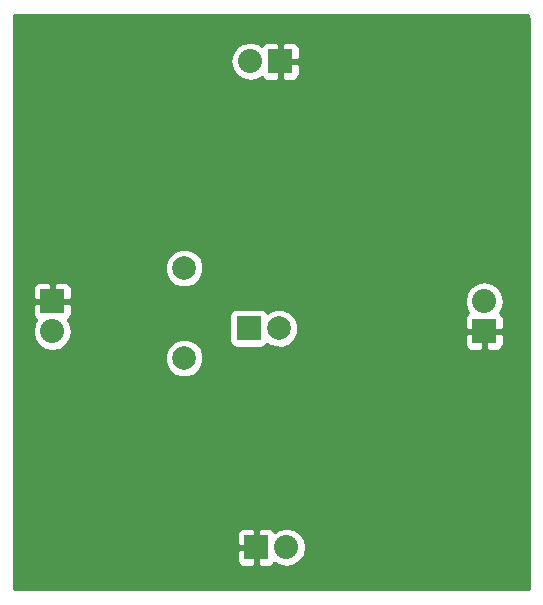
<source format=gbr>
G04 #@! TF.GenerationSoftware,KiCad,Pcbnew,no-vcs-found-7391~56~ubuntu16.04.1*
G04 #@! TF.CreationDate,2016-12-09T19:04:11+09:00*
G04 #@! TF.ProjectId,magnetic_led_cube,6D61676E657469635F6C65645F637562,rev?*
G04 #@! TF.FileFunction,Copper,L2,Bot,Signal*
G04 #@! TF.FilePolarity,Positive*
%FSLAX46Y46*%
G04 Gerber Fmt 4.6, Leading zero omitted, Abs format (unit mm)*
G04 Created by KiCad (PCBNEW no-vcs-found-7391~56~ubuntu16.04.1) date Fri Dec  9 19:04:11 2016*
%MOMM*%
%LPD*%
G01*
G04 APERTURE LIST*
%ADD10C,0.100000*%
%ADD11C,1.998980*%
%ADD12C,2.000000*%
%ADD13R,2.000000X2.000000*%
%ADD14O,2.032000X2.032000*%
%ADD15R,2.032000X2.032000*%
%ADD16C,0.250000*%
%ADD17C,0.254000*%
G04 APERTURE END LIST*
D10*
D11*
X100076000Y-94742000D03*
X100076000Y-87122000D03*
D12*
X108077000Y-92202000D03*
D13*
X105537000Y-92202000D03*
D14*
X125476000Y-89916000D03*
D15*
X125476000Y-92456000D03*
X106172000Y-110744000D03*
D14*
X108712000Y-110744000D03*
X88900000Y-92456000D03*
D15*
X88900000Y-89916000D03*
X108204000Y-69596000D03*
D14*
X105664000Y-69596000D03*
D16*
X88900000Y-89916000D02*
X90805000Y-89916000D01*
X106172000Y-105283000D02*
X106172000Y-110744000D01*
X90805000Y-89916000D02*
X106172000Y-105283000D01*
X125476000Y-92456000D02*
X125476000Y-102870000D01*
X125476000Y-102870000D02*
X120777000Y-107569000D01*
X120777000Y-107569000D02*
X106172000Y-107569000D01*
X106172000Y-107569000D02*
X106172000Y-110744000D01*
X108204000Y-69596000D02*
X108204000Y-78105000D01*
X122555000Y-92456000D02*
X125476000Y-92456000D01*
X108204000Y-78105000D02*
X122555000Y-92456000D01*
X88900000Y-89916000D02*
X90932000Y-89916000D01*
X108204000Y-72644000D02*
X108204000Y-69596000D01*
X90932000Y-89916000D02*
X108204000Y-72644000D01*
X125476000Y-92456000D02*
X124460000Y-92456000D01*
X88900000Y-89916000D02*
X88900000Y-88900000D01*
D17*
G36*
X129159000Y-65786000D02*
X129168667Y-65834601D01*
X129196197Y-65875803D01*
X129237399Y-65903333D01*
X129286000Y-65913000D01*
X129290000Y-65913000D01*
X129290000Y-114290000D01*
X85710000Y-114290000D01*
X85710000Y-111029750D01*
X104521000Y-111029750D01*
X104521000Y-111886310D01*
X104617673Y-112119699D01*
X104796302Y-112298327D01*
X105029691Y-112395000D01*
X105886250Y-112395000D01*
X106045000Y-112236250D01*
X106045000Y-110871000D01*
X104679750Y-110871000D01*
X104521000Y-111029750D01*
X85710000Y-111029750D01*
X85710000Y-109601690D01*
X104521000Y-109601690D01*
X104521000Y-110458250D01*
X104679750Y-110617000D01*
X106045000Y-110617000D01*
X106045000Y-109251750D01*
X106299000Y-109251750D01*
X106299000Y-110617000D01*
X106319000Y-110617000D01*
X106319000Y-110871000D01*
X106299000Y-110871000D01*
X106299000Y-112236250D01*
X106457750Y-112395000D01*
X107314309Y-112395000D01*
X107547698Y-112298327D01*
X107726327Y-112119699D01*
X107747481Y-112068628D01*
X108047845Y-112269325D01*
X108679655Y-112395000D01*
X108744345Y-112395000D01*
X109376155Y-112269325D01*
X109911778Y-111911433D01*
X110269670Y-111375810D01*
X110395345Y-110744000D01*
X110269670Y-110112190D01*
X109911778Y-109576567D01*
X109376155Y-109218675D01*
X108744345Y-109093000D01*
X108679655Y-109093000D01*
X108047845Y-109218675D01*
X107747481Y-109419372D01*
X107726327Y-109368301D01*
X107547698Y-109189673D01*
X107314309Y-109093000D01*
X106457750Y-109093000D01*
X106299000Y-109251750D01*
X106045000Y-109251750D01*
X105886250Y-109093000D01*
X105029691Y-109093000D01*
X104796302Y-109189673D01*
X104617673Y-109368301D01*
X104521000Y-109601690D01*
X85710000Y-109601690D01*
X85710000Y-95065694D01*
X98441226Y-95065694D01*
X98689538Y-95666655D01*
X99148927Y-96126846D01*
X99749453Y-96376206D01*
X100399694Y-96376774D01*
X101000655Y-96128462D01*
X101460846Y-95669073D01*
X101710206Y-95068547D01*
X101710774Y-94418306D01*
X101462462Y-93817345D01*
X101003073Y-93357154D01*
X100402547Y-93107794D01*
X99752306Y-93107226D01*
X99151345Y-93355538D01*
X98691154Y-93814927D01*
X98441794Y-94415453D01*
X98441226Y-95065694D01*
X85710000Y-95065694D01*
X85710000Y-90201750D01*
X87249000Y-90201750D01*
X87249000Y-91058309D01*
X87345673Y-91291698D01*
X87524301Y-91470327D01*
X87575372Y-91491481D01*
X87374675Y-91791845D01*
X87249000Y-92423655D01*
X87249000Y-92488345D01*
X87374675Y-93120155D01*
X87732567Y-93655778D01*
X88268190Y-94013670D01*
X88900000Y-94139345D01*
X89531810Y-94013670D01*
X90067433Y-93655778D01*
X90425325Y-93120155D01*
X90551000Y-92488345D01*
X90551000Y-92423655D01*
X90425325Y-91791845D01*
X90224628Y-91491481D01*
X90275699Y-91470327D01*
X90454327Y-91291698D01*
X90491481Y-91202000D01*
X103889560Y-91202000D01*
X103889560Y-93202000D01*
X103938843Y-93449765D01*
X104079191Y-93659809D01*
X104289235Y-93800157D01*
X104537000Y-93849440D01*
X106537000Y-93849440D01*
X106784765Y-93800157D01*
X106994809Y-93659809D01*
X107085921Y-93523451D01*
X107149637Y-93587278D01*
X107750352Y-93836716D01*
X108400795Y-93837284D01*
X109001943Y-93588894D01*
X109462278Y-93129363D01*
X109623228Y-92741750D01*
X123825000Y-92741750D01*
X123825000Y-93598309D01*
X123921673Y-93831698D01*
X124100301Y-94010327D01*
X124333690Y-94107000D01*
X125190250Y-94107000D01*
X125349000Y-93948250D01*
X125349000Y-92583000D01*
X125603000Y-92583000D01*
X125603000Y-93948250D01*
X125761750Y-94107000D01*
X126618310Y-94107000D01*
X126851699Y-94010327D01*
X127030327Y-93831698D01*
X127127000Y-93598309D01*
X127127000Y-92741750D01*
X126968250Y-92583000D01*
X125603000Y-92583000D01*
X125349000Y-92583000D01*
X123983750Y-92583000D01*
X123825000Y-92741750D01*
X109623228Y-92741750D01*
X109711716Y-92528648D01*
X109712284Y-91878205D01*
X109463894Y-91277057D01*
X109004363Y-90816722D01*
X108403648Y-90567284D01*
X107753205Y-90566716D01*
X107152057Y-90815106D01*
X107086153Y-90880895D01*
X106994809Y-90744191D01*
X106784765Y-90603843D01*
X106537000Y-90554560D01*
X104537000Y-90554560D01*
X104289235Y-90603843D01*
X104079191Y-90744191D01*
X103938843Y-90954235D01*
X103889560Y-91202000D01*
X90491481Y-91202000D01*
X90551000Y-91058309D01*
X90551000Y-90201750D01*
X90392250Y-90043000D01*
X89027000Y-90043000D01*
X89027000Y-90063000D01*
X88773000Y-90063000D01*
X88773000Y-90043000D01*
X87407750Y-90043000D01*
X87249000Y-90201750D01*
X85710000Y-90201750D01*
X85710000Y-89883655D01*
X123825000Y-89883655D01*
X123825000Y-89948345D01*
X123950675Y-90580155D01*
X124151372Y-90880519D01*
X124100301Y-90901673D01*
X123921673Y-91080302D01*
X123825000Y-91313691D01*
X123825000Y-92170250D01*
X123983750Y-92329000D01*
X125349000Y-92329000D01*
X125349000Y-92309000D01*
X125603000Y-92309000D01*
X125603000Y-92329000D01*
X126968250Y-92329000D01*
X127127000Y-92170250D01*
X127127000Y-91313691D01*
X127030327Y-91080302D01*
X126851699Y-90901673D01*
X126800628Y-90880519D01*
X127001325Y-90580155D01*
X127127000Y-89948345D01*
X127127000Y-89883655D01*
X127001325Y-89251845D01*
X126643433Y-88716222D01*
X126107810Y-88358330D01*
X125476000Y-88232655D01*
X124844190Y-88358330D01*
X124308567Y-88716222D01*
X123950675Y-89251845D01*
X123825000Y-89883655D01*
X85710000Y-89883655D01*
X85710000Y-88773691D01*
X87249000Y-88773691D01*
X87249000Y-89630250D01*
X87407750Y-89789000D01*
X88773000Y-89789000D01*
X88773000Y-88423750D01*
X89027000Y-88423750D01*
X89027000Y-89789000D01*
X90392250Y-89789000D01*
X90551000Y-89630250D01*
X90551000Y-88773691D01*
X90454327Y-88540302D01*
X90275699Y-88361673D01*
X90042310Y-88265000D01*
X89185750Y-88265000D01*
X89027000Y-88423750D01*
X88773000Y-88423750D01*
X88614250Y-88265000D01*
X87757690Y-88265000D01*
X87524301Y-88361673D01*
X87345673Y-88540302D01*
X87249000Y-88773691D01*
X85710000Y-88773691D01*
X85710000Y-87445694D01*
X98441226Y-87445694D01*
X98689538Y-88046655D01*
X99148927Y-88506846D01*
X99749453Y-88756206D01*
X100399694Y-88756774D01*
X101000655Y-88508462D01*
X101460846Y-88049073D01*
X101710206Y-87448547D01*
X101710774Y-86798306D01*
X101462462Y-86197345D01*
X101003073Y-85737154D01*
X100402547Y-85487794D01*
X99752306Y-85487226D01*
X99151345Y-85735538D01*
X98691154Y-86194927D01*
X98441794Y-86795453D01*
X98441226Y-87445694D01*
X85710000Y-87445694D01*
X85710000Y-69596000D01*
X103980655Y-69596000D01*
X104106330Y-70227810D01*
X104464222Y-70763433D01*
X104999845Y-71121325D01*
X105631655Y-71247000D01*
X105696345Y-71247000D01*
X106328155Y-71121325D01*
X106628519Y-70920628D01*
X106649673Y-70971699D01*
X106828302Y-71150327D01*
X107061691Y-71247000D01*
X107918250Y-71247000D01*
X108077000Y-71088250D01*
X108077000Y-69723000D01*
X108331000Y-69723000D01*
X108331000Y-71088250D01*
X108489750Y-71247000D01*
X109346309Y-71247000D01*
X109579698Y-71150327D01*
X109758327Y-70971699D01*
X109855000Y-70738310D01*
X109855000Y-69881750D01*
X109696250Y-69723000D01*
X108331000Y-69723000D01*
X108077000Y-69723000D01*
X108057000Y-69723000D01*
X108057000Y-69469000D01*
X108077000Y-69469000D01*
X108077000Y-68103750D01*
X108331000Y-68103750D01*
X108331000Y-69469000D01*
X109696250Y-69469000D01*
X109855000Y-69310250D01*
X109855000Y-68453690D01*
X109758327Y-68220301D01*
X109579698Y-68041673D01*
X109346309Y-67945000D01*
X108489750Y-67945000D01*
X108331000Y-68103750D01*
X108077000Y-68103750D01*
X107918250Y-67945000D01*
X107061691Y-67945000D01*
X106828302Y-68041673D01*
X106649673Y-68220301D01*
X106628519Y-68271372D01*
X106328155Y-68070675D01*
X105696345Y-67945000D01*
X105631655Y-67945000D01*
X104999845Y-68070675D01*
X104464222Y-68428567D01*
X104106330Y-68964190D01*
X103980655Y-69596000D01*
X85710000Y-69596000D01*
X85710000Y-65710000D01*
X129159000Y-65710000D01*
X129159000Y-65786000D01*
X129159000Y-65786000D01*
G37*
X129159000Y-65786000D02*
X129168667Y-65834601D01*
X129196197Y-65875803D01*
X129237399Y-65903333D01*
X129286000Y-65913000D01*
X129290000Y-65913000D01*
X129290000Y-114290000D01*
X85710000Y-114290000D01*
X85710000Y-111029750D01*
X104521000Y-111029750D01*
X104521000Y-111886310D01*
X104617673Y-112119699D01*
X104796302Y-112298327D01*
X105029691Y-112395000D01*
X105886250Y-112395000D01*
X106045000Y-112236250D01*
X106045000Y-110871000D01*
X104679750Y-110871000D01*
X104521000Y-111029750D01*
X85710000Y-111029750D01*
X85710000Y-109601690D01*
X104521000Y-109601690D01*
X104521000Y-110458250D01*
X104679750Y-110617000D01*
X106045000Y-110617000D01*
X106045000Y-109251750D01*
X106299000Y-109251750D01*
X106299000Y-110617000D01*
X106319000Y-110617000D01*
X106319000Y-110871000D01*
X106299000Y-110871000D01*
X106299000Y-112236250D01*
X106457750Y-112395000D01*
X107314309Y-112395000D01*
X107547698Y-112298327D01*
X107726327Y-112119699D01*
X107747481Y-112068628D01*
X108047845Y-112269325D01*
X108679655Y-112395000D01*
X108744345Y-112395000D01*
X109376155Y-112269325D01*
X109911778Y-111911433D01*
X110269670Y-111375810D01*
X110395345Y-110744000D01*
X110269670Y-110112190D01*
X109911778Y-109576567D01*
X109376155Y-109218675D01*
X108744345Y-109093000D01*
X108679655Y-109093000D01*
X108047845Y-109218675D01*
X107747481Y-109419372D01*
X107726327Y-109368301D01*
X107547698Y-109189673D01*
X107314309Y-109093000D01*
X106457750Y-109093000D01*
X106299000Y-109251750D01*
X106045000Y-109251750D01*
X105886250Y-109093000D01*
X105029691Y-109093000D01*
X104796302Y-109189673D01*
X104617673Y-109368301D01*
X104521000Y-109601690D01*
X85710000Y-109601690D01*
X85710000Y-95065694D01*
X98441226Y-95065694D01*
X98689538Y-95666655D01*
X99148927Y-96126846D01*
X99749453Y-96376206D01*
X100399694Y-96376774D01*
X101000655Y-96128462D01*
X101460846Y-95669073D01*
X101710206Y-95068547D01*
X101710774Y-94418306D01*
X101462462Y-93817345D01*
X101003073Y-93357154D01*
X100402547Y-93107794D01*
X99752306Y-93107226D01*
X99151345Y-93355538D01*
X98691154Y-93814927D01*
X98441794Y-94415453D01*
X98441226Y-95065694D01*
X85710000Y-95065694D01*
X85710000Y-90201750D01*
X87249000Y-90201750D01*
X87249000Y-91058309D01*
X87345673Y-91291698D01*
X87524301Y-91470327D01*
X87575372Y-91491481D01*
X87374675Y-91791845D01*
X87249000Y-92423655D01*
X87249000Y-92488345D01*
X87374675Y-93120155D01*
X87732567Y-93655778D01*
X88268190Y-94013670D01*
X88900000Y-94139345D01*
X89531810Y-94013670D01*
X90067433Y-93655778D01*
X90425325Y-93120155D01*
X90551000Y-92488345D01*
X90551000Y-92423655D01*
X90425325Y-91791845D01*
X90224628Y-91491481D01*
X90275699Y-91470327D01*
X90454327Y-91291698D01*
X90491481Y-91202000D01*
X103889560Y-91202000D01*
X103889560Y-93202000D01*
X103938843Y-93449765D01*
X104079191Y-93659809D01*
X104289235Y-93800157D01*
X104537000Y-93849440D01*
X106537000Y-93849440D01*
X106784765Y-93800157D01*
X106994809Y-93659809D01*
X107085921Y-93523451D01*
X107149637Y-93587278D01*
X107750352Y-93836716D01*
X108400795Y-93837284D01*
X109001943Y-93588894D01*
X109462278Y-93129363D01*
X109623228Y-92741750D01*
X123825000Y-92741750D01*
X123825000Y-93598309D01*
X123921673Y-93831698D01*
X124100301Y-94010327D01*
X124333690Y-94107000D01*
X125190250Y-94107000D01*
X125349000Y-93948250D01*
X125349000Y-92583000D01*
X125603000Y-92583000D01*
X125603000Y-93948250D01*
X125761750Y-94107000D01*
X126618310Y-94107000D01*
X126851699Y-94010327D01*
X127030327Y-93831698D01*
X127127000Y-93598309D01*
X127127000Y-92741750D01*
X126968250Y-92583000D01*
X125603000Y-92583000D01*
X125349000Y-92583000D01*
X123983750Y-92583000D01*
X123825000Y-92741750D01*
X109623228Y-92741750D01*
X109711716Y-92528648D01*
X109712284Y-91878205D01*
X109463894Y-91277057D01*
X109004363Y-90816722D01*
X108403648Y-90567284D01*
X107753205Y-90566716D01*
X107152057Y-90815106D01*
X107086153Y-90880895D01*
X106994809Y-90744191D01*
X106784765Y-90603843D01*
X106537000Y-90554560D01*
X104537000Y-90554560D01*
X104289235Y-90603843D01*
X104079191Y-90744191D01*
X103938843Y-90954235D01*
X103889560Y-91202000D01*
X90491481Y-91202000D01*
X90551000Y-91058309D01*
X90551000Y-90201750D01*
X90392250Y-90043000D01*
X89027000Y-90043000D01*
X89027000Y-90063000D01*
X88773000Y-90063000D01*
X88773000Y-90043000D01*
X87407750Y-90043000D01*
X87249000Y-90201750D01*
X85710000Y-90201750D01*
X85710000Y-89883655D01*
X123825000Y-89883655D01*
X123825000Y-89948345D01*
X123950675Y-90580155D01*
X124151372Y-90880519D01*
X124100301Y-90901673D01*
X123921673Y-91080302D01*
X123825000Y-91313691D01*
X123825000Y-92170250D01*
X123983750Y-92329000D01*
X125349000Y-92329000D01*
X125349000Y-92309000D01*
X125603000Y-92309000D01*
X125603000Y-92329000D01*
X126968250Y-92329000D01*
X127127000Y-92170250D01*
X127127000Y-91313691D01*
X127030327Y-91080302D01*
X126851699Y-90901673D01*
X126800628Y-90880519D01*
X127001325Y-90580155D01*
X127127000Y-89948345D01*
X127127000Y-89883655D01*
X127001325Y-89251845D01*
X126643433Y-88716222D01*
X126107810Y-88358330D01*
X125476000Y-88232655D01*
X124844190Y-88358330D01*
X124308567Y-88716222D01*
X123950675Y-89251845D01*
X123825000Y-89883655D01*
X85710000Y-89883655D01*
X85710000Y-88773691D01*
X87249000Y-88773691D01*
X87249000Y-89630250D01*
X87407750Y-89789000D01*
X88773000Y-89789000D01*
X88773000Y-88423750D01*
X89027000Y-88423750D01*
X89027000Y-89789000D01*
X90392250Y-89789000D01*
X90551000Y-89630250D01*
X90551000Y-88773691D01*
X90454327Y-88540302D01*
X90275699Y-88361673D01*
X90042310Y-88265000D01*
X89185750Y-88265000D01*
X89027000Y-88423750D01*
X88773000Y-88423750D01*
X88614250Y-88265000D01*
X87757690Y-88265000D01*
X87524301Y-88361673D01*
X87345673Y-88540302D01*
X87249000Y-88773691D01*
X85710000Y-88773691D01*
X85710000Y-87445694D01*
X98441226Y-87445694D01*
X98689538Y-88046655D01*
X99148927Y-88506846D01*
X99749453Y-88756206D01*
X100399694Y-88756774D01*
X101000655Y-88508462D01*
X101460846Y-88049073D01*
X101710206Y-87448547D01*
X101710774Y-86798306D01*
X101462462Y-86197345D01*
X101003073Y-85737154D01*
X100402547Y-85487794D01*
X99752306Y-85487226D01*
X99151345Y-85735538D01*
X98691154Y-86194927D01*
X98441794Y-86795453D01*
X98441226Y-87445694D01*
X85710000Y-87445694D01*
X85710000Y-69596000D01*
X103980655Y-69596000D01*
X104106330Y-70227810D01*
X104464222Y-70763433D01*
X104999845Y-71121325D01*
X105631655Y-71247000D01*
X105696345Y-71247000D01*
X106328155Y-71121325D01*
X106628519Y-70920628D01*
X106649673Y-70971699D01*
X106828302Y-71150327D01*
X107061691Y-71247000D01*
X107918250Y-71247000D01*
X108077000Y-71088250D01*
X108077000Y-69723000D01*
X108331000Y-69723000D01*
X108331000Y-71088250D01*
X108489750Y-71247000D01*
X109346309Y-71247000D01*
X109579698Y-71150327D01*
X109758327Y-70971699D01*
X109855000Y-70738310D01*
X109855000Y-69881750D01*
X109696250Y-69723000D01*
X108331000Y-69723000D01*
X108077000Y-69723000D01*
X108057000Y-69723000D01*
X108057000Y-69469000D01*
X108077000Y-69469000D01*
X108077000Y-68103750D01*
X108331000Y-68103750D01*
X108331000Y-69469000D01*
X109696250Y-69469000D01*
X109855000Y-69310250D01*
X109855000Y-68453690D01*
X109758327Y-68220301D01*
X109579698Y-68041673D01*
X109346309Y-67945000D01*
X108489750Y-67945000D01*
X108331000Y-68103750D01*
X108077000Y-68103750D01*
X107918250Y-67945000D01*
X107061691Y-67945000D01*
X106828302Y-68041673D01*
X106649673Y-68220301D01*
X106628519Y-68271372D01*
X106328155Y-68070675D01*
X105696345Y-67945000D01*
X105631655Y-67945000D01*
X104999845Y-68070675D01*
X104464222Y-68428567D01*
X104106330Y-68964190D01*
X103980655Y-69596000D01*
X85710000Y-69596000D01*
X85710000Y-65710000D01*
X129159000Y-65710000D01*
X129159000Y-65786000D01*
M02*

</source>
